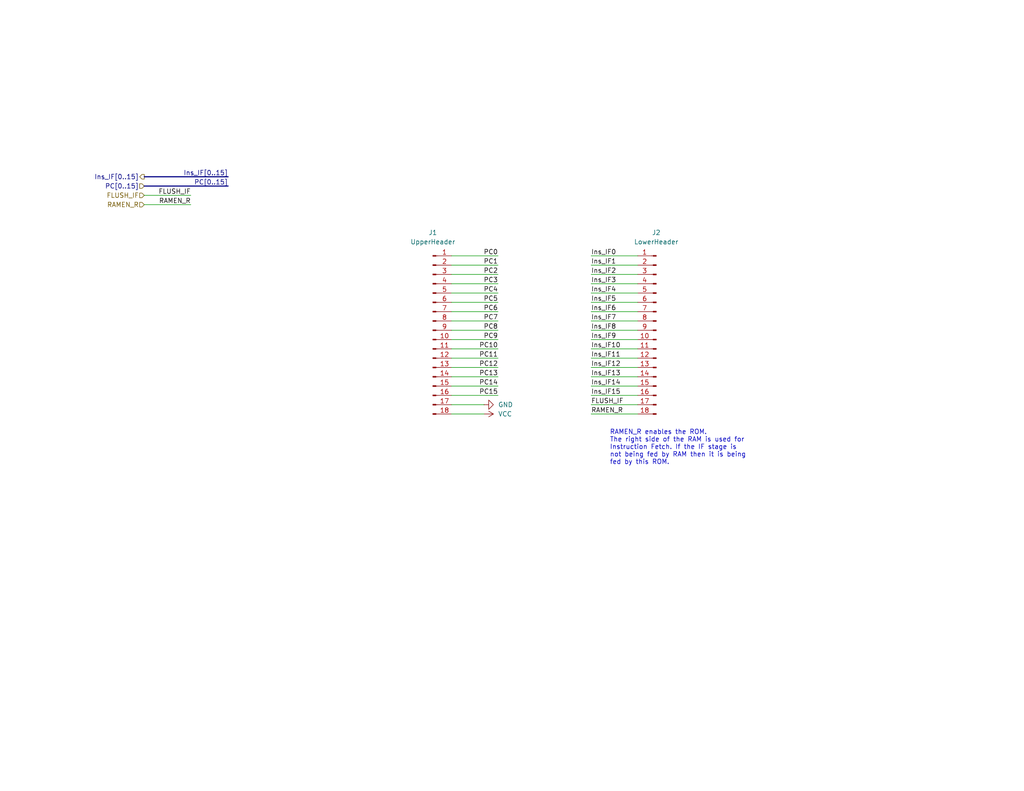
<source format=kicad_sch>
(kicad_sch (version 20250114) (generator "eeschema") (generator_version "9.0")
  (paper "USLetter")
  (title_block (date "2025-07-22") (rev "A"))
  (lib_symbols
    (symbol "Connector:Conn_01x18_Pin" (pin_names (offset 1.016) (hide yes))
      (property "Reference" "J" (at 0 22.86 0))
      (property "Value" "Conn_01x18_Pin" (at 0 -25.4 0))
      (symbol "Conn_01x18_Pin_1_1"
        (rectangle (start 0.8636 20.447) (end 0 20.193) (stroke (width 0.1524)) (fill (type outline)))
        (rectangle (start 0.8636 17.907) (end 0 17.653) (stroke (width 0.1524)) (fill (type outline)))
        (rectangle (start 0.8636 15.367) (end 0 15.113) (stroke (width 0.1524)) (fill (type outline)))
        (rectangle (start 0.8636 12.827) (end 0 12.573) (stroke (width 0.1524)) (fill (type outline)))
        (rectangle (start 0.8636 10.287) (end 0 10.033) (stroke (width 0.1524)) (fill (type outline)))
        (rectangle (start 0.8636 7.747) (end 0 7.493) (stroke (width 0.1524)) (fill (type outline)))
        (rectangle (start 0.8636 5.207) (end 0 4.953) (stroke (width 0.1524)) (fill (type outline)))
        (rectangle (start 0.8636 2.667) (end 0 2.413) (stroke (width 0.1524)) (fill (type outline)))
        (rectangle (start 0.8636 0.127) (end 0 -0.127) (stroke (width 0.1524)) (fill (type outline)))
        (rectangle (start 0.8636 -2.413) (end 0 -2.667) (stroke (width 0.1524)) (fill (type outline)))
        (rectangle (start 0.8636 -4.953) (end 0 -5.207) (stroke (width 0.1524)) (fill (type outline)))
        (rectangle (start 0.8636 -7.493) (end 0 -7.747) (stroke (width 0.1524)) (fill (type outline)))
        (rectangle (start 0.8636 -10.033) (end 0 -10.287) (stroke (width 0.1524)) (fill (type outline)))
        (rectangle (start 0.8636 -12.573) (end 0 -12.827) (stroke (width 0.1524)) (fill (type outline)))
        (rectangle (start 0.8636 -15.113) (end 0 -15.367) (stroke (width 0.1524)) (fill (type outline)))
        (rectangle (start 0.8636 -17.653) (end 0 -17.907) (stroke (width 0.1524)) (fill (type outline)))
        (rectangle (start 0.8636 -20.193) (end 0 -20.447) (stroke (width 0.1524)) (fill (type outline)))
        (rectangle (start 0.8636 -22.733) (end 0 -22.987) (stroke (width 0.1524)) (fill (type outline)))
        (polyline (pts (xy 1.27 20.32) (xy 0.8636 20.32)) (stroke (width 0.1524)))
        (polyline (pts (xy 1.27 17.78) (xy 0.8636 17.78)) (stroke (width 0.1524)))
        (polyline (pts (xy 1.27 15.24) (xy 0.8636 15.24)) (stroke (width 0.1524)))
        (polyline (pts (xy 1.27 12.7) (xy 0.8636 12.7)) (stroke (width 0.1524)))
        (polyline (pts (xy 1.27 10.16) (xy 0.8636 10.16)) (stroke (width 0.1524)))
        (polyline (pts (xy 1.27 7.62) (xy 0.8636 7.62)) (stroke (width 0.1524)))
        (polyline (pts (xy 1.27 5.08) (xy 0.8636 5.08)) (stroke (width 0.1524)))
        (polyline (pts (xy 1.27 2.54) (xy 0.8636 2.54)) (stroke (width 0.1524)))
        (polyline (pts (xy 1.27 0) (xy 0.8636 0)) (stroke (width 0.1524)))
        (polyline (pts (xy 1.27 -2.54) (xy 0.8636 -2.54)) (stroke (width 0.1524)))
        (polyline (pts (xy 1.27 -5.08) (xy 0.8636 -5.08)) (stroke (width 0.1524)))
        (polyline (pts (xy 1.27 -7.62) (xy 0.8636 -7.62)) (stroke (width 0.1524)))
        (polyline (pts (xy 1.27 -10.16) (xy 0.8636 -10.16)) (stroke (width 0.1524)))
        (polyline (pts (xy 1.27 -12.7) (xy 0.8636 -12.7)) (stroke (width 0.1524)))
        (polyline (pts (xy 1.27 -15.24) (xy 0.8636 -15.24)) (stroke (width 0.1524)))
        (polyline (pts (xy 1.27 -17.78) (xy 0.8636 -17.78)) (stroke (width 0.1524)))
        (polyline (pts (xy 1.27 -20.32) (xy 0.8636 -20.32)) (stroke (width 0.1524)))
        (polyline (pts (xy 1.27 -22.86) (xy 0.8636 -22.86)) (stroke (width 0.1524)))
        (pin passive line (at 5.08 20.32 180) (length 3.81) (name "Pin_1") (number "1"))
        (pin passive line (at 5.08 17.78 180) (length 3.81) (name "Pin_2") (number "2"))
        (pin passive line (at 5.08 15.24 180) (length 3.81) (name "Pin_3") (number "3"))
        (pin passive line (at 5.08 12.7 180) (length 3.81) (name "Pin_4") (number "4"))
        (pin passive line (at 5.08 10.16 180) (length 3.81) (name "Pin_5") (number "5"))
        (pin passive line (at 5.08 7.62 180) (length 3.81) (name "Pin_6") (number "6"))
        (pin passive line (at 5.08 5.08 180) (length 3.81) (name "Pin_7") (number "7"))
        (pin passive line (at 5.08 2.54 180) (length 3.81) (name "Pin_8") (number "8"))
        (pin passive line (at 5.08 0 180) (length 3.81) (name "Pin_9") (number "9"))
        (pin passive line (at 5.08 -2.54 180) (length 3.81) (name "Pin_10") (number "10"))
        (pin passive line (at 5.08 -5.08 180) (length 3.81) (name "Pin_11") (number "11"))
        (pin passive line (at 5.08 -7.62 180) (length 3.81) (name "Pin_12") (number "12"))
        (pin passive line (at 5.08 -10.16 180) (length 3.81) (name "Pin_13") (number "13"))
        (pin passive line (at 5.08 -12.7 180) (length 3.81) (name "Pin_14") (number "14"))
        (pin passive line (at 5.08 -15.24 180) (length 3.81) (name "Pin_15") (number "15"))
        (pin passive line (at 5.08 -17.78 180) (length 3.81) (name "Pin_16") (number "16"))
        (pin passive line (at 5.08 -20.32 180) (length 3.81) (name "Pin_17") (number "17"))
        (pin passive line (at 5.08 -22.86 180) (length 3.81) (name "Pin_18") (number "18"))
      )
    )
    (symbol "power:GND" (power) (pin_numbers (hide yes)) (pin_names (offset 0) (hide yes))
      (property "Value" "GND" (at 0 -3.81 0))
      (symbol "GND_0_1"
        (polyline (pts (xy 0 0) (xy 0 -1.27) (xy 1.27 -1.27) (xy 0 -2.54) (xy -1.27 -1.27) (xy 0 -1.27)))
      )
      (symbol "GND_1_1"
        (pin power_in line (at 0 0 270) (length 0) (name "~") (number "1"))
      )
    )
    (symbol "power:VCC" (power) (pin_numbers (hide yes)) (pin_names (offset 0) (hide yes))
      (property "Value" "VCC" (at 0 3.556 0))
      (symbol "VCC_0_1"
        (polyline (pts (xy -0.762 1.27) (xy 0 2.54)))
        (polyline (pts (xy 0 2.54) (xy 0.762 1.27)))
        (polyline (pts (xy 0 0) (xy 0 2.54)))
      )
      (symbol "VCC_1_1"
        (pin power_in line (at 0 0 90) (length 0) (name "~") (number "1"))
      )
    )
  )
  (text "RAMEN_R enables the ROM.\nThe right side of the RAM is used for\nInstruction Fetch. If the IF stage is\nnot being fed by RAM then it is being\nfed by this ROM." (at 166.37 127 0) (effects (font (size 1.27 1.27)) (justify left bottom)))
  (wire (pts (xy 135.89 77.47) (xy 123.19 77.47)))
  (wire (pts (xy 161.29 69.85) (xy 173.99 69.85)))
  (wire (pts (xy 161.29 72.39) (xy 173.99 72.39)))
  (wire (pts (xy 161.29 74.93) (xy 173.99 74.93)))
  (wire (pts (xy 161.29 107.95) (xy 173.99 107.95)))
  (wire (pts (xy 161.29 110.49) (xy 173.99 110.49)))
  (wire (pts (xy 161.29 77.47) (xy 173.99 77.47)))
  (wire (pts (xy 135.89 92.71) (xy 123.19 92.71)))
  (wire (pts (xy 161.29 105.41) (xy 173.99 105.41)))
  (wire (pts (xy 135.89 72.39) (xy 123.19 72.39)))
  (wire (pts (xy 161.29 80.01) (xy 173.99 80.01)))
  (wire (pts (xy 135.89 80.01) (xy 123.19 80.01)))
  (wire (pts (xy 161.29 95.25) (xy 173.99 95.25)))
  (wire (pts (xy 135.89 105.41) (xy 123.19 105.41)))
  (bus (pts (xy 39.37 50.8) (xy 62.23 50.8)))
  (wire (pts (xy 161.29 92.71) (xy 173.99 92.71)))
  (wire (pts (xy 52.07 53.34) (xy 39.37 53.34)))
  (wire (pts (xy 161.29 113.03) (xy 173.99 113.03)))
  (wire (pts (xy 135.89 100.33) (xy 123.19 100.33)))
  (bus (pts (xy 39.37 48.26) (xy 62.23 48.26)))
  (wire (pts (xy 161.29 100.33) (xy 173.99 100.33)))
  (wire (pts (xy 135.89 74.93) (xy 123.19 74.93)))
  (wire (pts (xy 123.19 113.03) (xy 132.08 113.03)))
  (wire (pts (xy 135.89 102.87) (xy 123.19 102.87)))
  (wire (pts (xy 161.29 85.09) (xy 173.99 85.09)))
  (wire (pts (xy 161.29 102.87) (xy 173.99 102.87)))
  (wire (pts (xy 123.19 110.49) (xy 132.08 110.49)))
  (wire (pts (xy 135.89 82.55) (xy 123.19 82.55)))
  (wire (pts (xy 135.89 69.85) (xy 123.19 69.85)))
  (wire (pts (xy 52.07 55.88) (xy 39.37 55.88)))
  (wire (pts (xy 135.89 97.79) (xy 123.19 97.79)))
  (wire (pts (xy 135.89 95.25) (xy 123.19 95.25)))
  (wire (pts (xy 161.29 87.63) (xy 173.99 87.63)))
  (wire (pts (xy 135.89 85.09) (xy 123.19 85.09)))
  (wire (pts (xy 161.29 82.55) (xy 173.99 82.55)))
  (wire (pts (xy 161.29 90.17) (xy 173.99 90.17)))
  (wire (pts (xy 161.29 97.79) (xy 173.99 97.79)))
  (wire (pts (xy 135.89 107.95) (xy 123.19 107.95)))
  (wire (pts (xy 135.89 87.63) (xy 123.19 87.63)))
  (wire (pts (xy 135.89 90.17) (xy 123.19 90.17)))
  (label "PC1" (at 135.89 72.39 180))
  (label "PC12" (at 135.89 100.33 180))
  (label "Ins_IF11" (at 161.29 97.79 0))
  (label "PC9" (at 135.89 92.71 180))
  (label "PC2" (at 135.89 74.93 180))
  (label "PC[0..15]" (at 62.23 50.8 180))
  (label "Ins_IF5" (at 161.29 82.55 0))
  (label "PC7" (at 135.89 87.63 180))
  (label "PC4" (at 135.89 80.01 180))
  (label "Ins_IF[0..15]" (at 62.23 48.26 180))
  (label "RAMEN_R" (at 52.07 55.88 180))
  (label "Ins_IF14" (at 161.29 105.41 0))
  (label "FLUSH_IF" (at 52.07 53.34 180))
  (label "PC3" (at 135.89 77.47 180))
  (label "Ins_IF13" (at 161.29 102.87 0))
  (label "FLUSH_IF" (at 161.29 110.49 0))
  (label "PC8" (at 135.89 90.17 180))
  (label "PC14" (at 135.89 105.41 180))
  (label "PC13" (at 135.89 102.87 180))
  (label "Ins_IF6" (at 161.29 85.09 0))
  (label "Ins_IF1" (at 161.29 72.39 0))
  (label "PC6" (at 135.89 85.09 180))
  (label "Ins_IF7" (at 161.29 87.63 0))
  (label "Ins_IF0" (at 161.29 69.85 0))
  (label "Ins_IF8" (at 161.29 90.17 0))
  (label "RAMEN_R" (at 161.29 113.03 0))
  (label "Ins_IF9" (at 161.29 92.71 0))
  (label "PC10" (at 135.89 95.25 180))
  (label "PC11" (at 135.89 97.79 180))
  (label "PC5" (at 135.89 82.55 180))
  (label "Ins_IF3" (at 161.29 77.47 0))
  (label "Ins_IF15" (at 161.29 107.95 0))
  (label "Ins_IF2" (at 161.29 74.93 0))
  (label "PC15" (at 135.89 107.95 180))
  (label "Ins_IF4" (at 161.29 80.01 0))
  (label "Ins_IF12" (at 161.29 100.33 0))
  (label "Ins_IF10" (at 161.29 95.25 0))
  (label "PC0" (at 135.89 69.85 180))
  (hierarchical_label "RAMEN_R" (shape input) (at 39.37 55.88 180))
  (hierarchical_label "Ins_IF[0..15]" (shape output) (at 39.37 48.26 180))
  (hierarchical_label "PC[0..15]" (shape input) (at 39.37 50.8 180))
  (hierarchical_label "FLUSH_IF" (shape input) (at 39.37 53.34 180))
  (symbol (lib_id "Connector:Conn_01x18_Pin") (at 118.11 90.17 0) (unit 1)
    (property "Reference" "J4" (at 118.11 63.5 0))
    (property "Value" "UpperHeader" (at 118.11 66.04 0))
    (property "Footprint" "Connector_PinHeader_2.54mm:PinHeader_1x18_P2.54mm_Vertical" (effects (hide yes)))
    (instances (project "" (path "" (reference "J1") (unit 1))) (project "Turtle16Computer" (path "" (reference "J4") (unit 1))))
  )
  (symbol (lib_id "power:GND") (at 132.08 110.49 90) (unit 1)
    (property "Reference" "#PWR0601" (effects (hide yes)))
    (property "Value" "GND" (at 135.89 110.49 90) (effects (justify right)))
    (property "Description" "Power symbol creates a global label with name \"GND\" , ground" (effects (hide yes)))
    (instances (project "" (path "" (reference "#PWR056") (unit 1))) (project "Turtle16Computer" (path "" (reference "#PWR0601") (unit 1))))
  )
  (symbol (lib_id "Connector:Conn_01x18_Pin") (at 179.07 90.17 0) (mirror y) (unit 1)
    (property "Reference" "J5" (at 179.07 63.5 0))
    (property "Value" "LowerHeader" (at 179.07 66.04 0))
    (property "Footprint" "Connector_PinHeader_2.54mm:PinHeader_1x18_P2.54mm_Vertical" (effects (hide yes)))
    (instances (project "" (path "" (reference "J2") (unit 1))) (project "Turtle16Computer" (path "" (reference "J5") (unit 1))))
  )
  (symbol (lib_id "power:VCC") (at 132.08 113.03 270) (unit 1)
    (property "Reference" "#PWR0602" (effects (hide yes)))
    (property "Value" "VCC" (at 135.89 113.03 90) (effects (justify left)))
    (property "Description" "Power symbol creates a global label with name \"VCC\"" (effects (hide yes)))
    (instances (project "" (path "" (reference "#PWR057") (unit 1))) (project "Turtle16Computer" (path "" (reference "#PWR0602") (unit 1))))
  )
)
</source>
